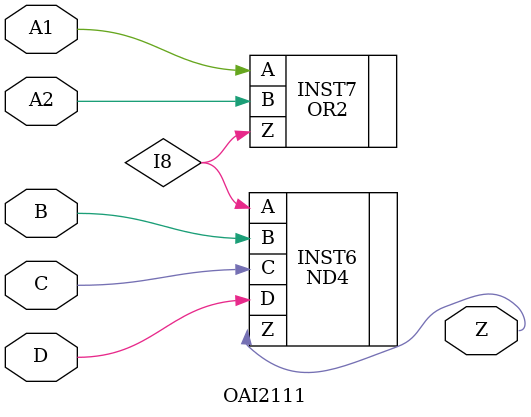
<source format=v>
`timescale 1 ns / 100 ps

/* Created by DB2VERILOG Version 1.2.0.2 on Fri Aug  5 11:14:33 1994 */
/* module compiled from "lsl2db 4.0.3" run */

module OAI2111 (A1, A2, B, C, D, Z);
input  A1, A2, B, C, D;
output Z;
ND4 INST6 (.A(I8), .B(B), .C(C), .D(D), .Z(Z));
OR2 INST7 (.A(A1), .B(A2), .Z(I8));

endmodule


</source>
